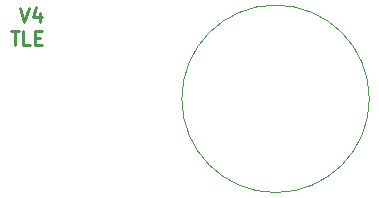
<source format=gbr>
%TF.GenerationSoftware,KiCad,Pcbnew,(6.0.7)*%
%TF.CreationDate,2022-08-21T18:15:13-05:00*%
%TF.ProjectId,DriveByWireMr360Sensor,44726976-6542-4795-9769-72654d723336,rev?*%
%TF.SameCoordinates,Original*%
%TF.FileFunction,Legend,Top*%
%TF.FilePolarity,Positive*%
%FSLAX46Y46*%
G04 Gerber Fmt 4.6, Leading zero omitted, Abs format (unit mm)*
G04 Created by KiCad (PCBNEW (6.0.7)) date 2022-08-21 18:15:13*
%MOMM*%
%LPD*%
G01*
G04 APERTURE LIST*
%ADD10C,0.120000*%
%ADD11C,0.250000*%
G04 APERTURE END LIST*
D10*
X121137500Y-79099999D02*
G75*
G03*
X121137500Y-79099999I-7937500J0D01*
G01*
D11*
X91528571Y-71412857D02*
X91928571Y-72612857D01*
X92328571Y-71412857D01*
X93242857Y-71812857D02*
X93242857Y-72612857D01*
X92957142Y-71355714D02*
X92671428Y-72212857D01*
X93414285Y-72212857D01*
X90758571Y-73342857D02*
X91444285Y-73342857D01*
X91101428Y-74542857D02*
X91101428Y-73342857D01*
X92415714Y-74542857D02*
X91844285Y-74542857D01*
X91844285Y-73342857D01*
X92815714Y-73914285D02*
X93215714Y-73914285D01*
X93387142Y-74542857D02*
X92815714Y-74542857D01*
X92815714Y-73342857D01*
X93387142Y-73342857D01*
M02*

</source>
